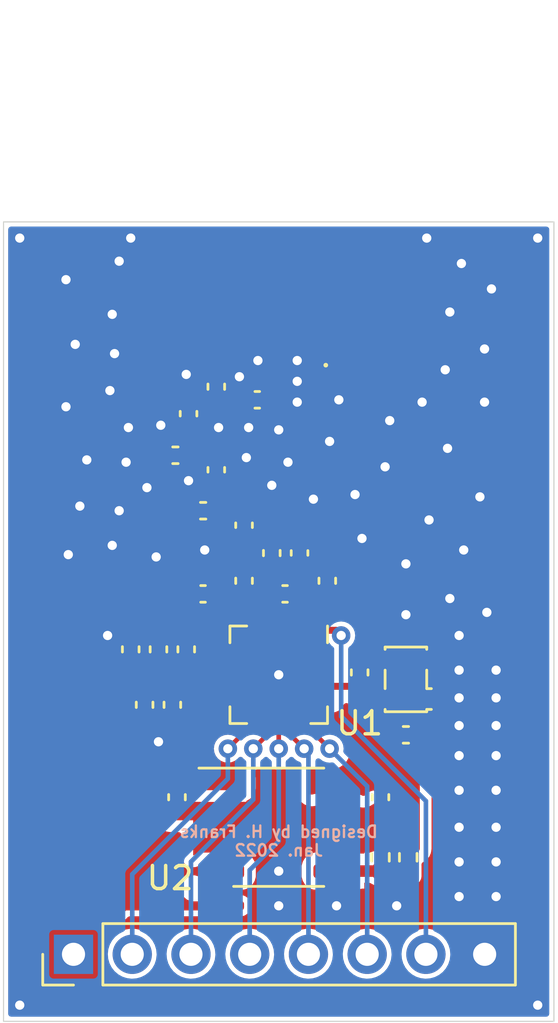
<source format=kicad_pcb>
(kicad_pcb (version 20211014) (generator pcbnew)
  (title_block (title "Lychee Flight Computer") (date "2021-12-31") (rev "1") (company "Cambridge University Spaceflight") (comment 1 "Drawn By H. Franks"))
  (layers (0 "F.Cu" signal) (31 "B.Cu" signal) (34 "B.Paste" user) (35 "F.Paste" user) (36 "B.SilkS" user "B.Silkscreen") (37 "F.SilkS" user "F.Silkscreen") (38 "B.Mask" user) (39 "F.Mask" user) (44 "Edge.Cuts" user))
  (net 0 "")
  (net 1 "3v3")
  (net 2 "GND")
  (net 3 "/TX")
  (net 4 "Net-(C1-Pad2)")
  (net 5 "Net-(C2-Pad1)")
  (net 6 "Net-(C3-Pad1)")
  (net 7 "Net-(C4-Pad1)")
  (net 8 "/RX-")
  (net 9 "/RX+")
  (net 10 "Net-(C12-Pad1)")
  (net 11 "/XIN")
  (net 12 "Net-(D1-Pad1)")
  (net 13 "Net-(R1-Pad1)")
  (net 14 "/SDN")
  (net 19 "/~{INT}")
  (net 20 "/SCLK")
  (net 21 "/MISO")
  (net 22 "/MOSI")
  (net 23 "/~{CS}")
  (net 27 "1v8")
  (footprint "Strix:L_0402" (layer "F.Cu") (at 255.1 126.8275 90)
    (fp_text reference "L2")
    (fp_text value "3n3")
    (fp_line (start -0.1002 -0.36) (end 0.1002 -0.36) (layer "F.SilkS") (width 0.12))
    (fp_line (start -0.1002 0.36) (end 0.1002 0.36) (layer "F.SilkS") (width 0.12))
    (pad "1" smd roundrect (at -0.5725 0 90) (size 0.765 0.64) (layers "F.Cu" "F.Paste" "F.Mask") (net 4 "Net-(C1-Pad2)"))
    (pad "2" smd roundrect (at 0.5725 0 90) (size 0.765 0.64) (layers "F.Cu" "F.Paste" "F.Mask") (net 5 "Net-(C2-Pad1)"))
  )
  (footprint "Strix:L_0402" (layer "F.Cu") (at 252.7 122 90)
    (fp_text reference "L4")
    (fp_text value "24n")
    (fp_line (start -0.1002 0.36) (end 0.1002 0.36) (layer "F.SilkS") (width 0.12))
    (fp_line (start -0.1002 -0.36) (end 0.1002 -0.36) (layer "F.SilkS") (width 0.12))
    (pad "1" smd roundrect (at -0.5725 0 90) (size 0.765 0.64) (layers "F.Cu" "F.Paste" "F.Mask") (net 6 "Net-(C3-Pad1)"))
    (pad "2" smd roundrect (at 0.5725 0 90) (size 0.765 0.64) (layers "F.Cu" "F.Paste" "F.Mask") (net 7 "Net-(C4-Pad1)"))
  )
  (footprint "Strix:L_0402" (layer "F.Cu") (at 253.9 124.4275 90)
    (fp_text reference "L3")
    (fp_text value "12n")
    (fp_line (start -0.1002 -0.36) (end 0.1002 -0.36) (layer "F.SilkS") (width 0.12))
    (fp_line (start -0.1002 0.36) (end 0.1002 0.36) (layer "F.SilkS") (width 0.12))
    (pad "1" smd roundrect (at -0.5725 0 90) (size 0.765 0.64) (layers "F.Cu" "F.Paste" "F.Mask") (net 5 "Net-(C2-Pad1)"))
    (pad "2" smd roundrect (at 0.5725 0 90) (size 0.765 0.64) (layers "F.Cu" "F.Paste" "F.Mask") (net 6 "Net-(C3-Pad1)"))
  )
  (footprint "Strix:C_0402" (layer "F.Cu") (at 251.4 132.2 90)
    (fp_text reference "C7")
    (fp_text value "1u")
    (fp_line (start -0.115835 0.36) (end 0.115835 0.36) (layer "F.SilkS") (width 0.12))
    (fp_line (start -0.115835 -0.36) (end 0.115835 -0.36) (layer "F.SilkS") (width 0.12))
    (pad "1" smd roundrect (at -0.5675 0 90) (size 0.735 0.62) (layers "F.Cu" "F.Paste" "F.Mask") (net 1 "3v3"))
    (pad "2" smd roundrect (at 0.5675 0 90) (size 0.735 0.62) (layers "F.Cu" "F.Paste" "F.Mask") (net 2 "GND"))
  )
  (footprint "Strix:C_0402" (layer "F.Cu") (at 250.8 134.6 -90)
    (fp_text reference "C11")
    (fp_text value "100p")
    (fp_line (start -0.115835 -0.36) (end 0.115835 -0.36) (layer "F.SilkS") (width 0.12))
    (fp_line (start -0.115835 0.36) (end 0.115835 0.36) (layer "F.SilkS") (width 0.12))
    (pad "1" smd roundrect (at -0.5675 0 270) (size 0.735 0.62) (layers "F.Cu" "F.Paste" "F.Mask") (net 1 "3v3"))
    (pad "2" smd roundrect (at 0.5675 0 270) (size 0.735 0.62) (layers "F.Cu" "F.Paste" "F.Mask") (net 2 "GND"))
  )
  (footprint "Strix:L_0402" (layer "F.Cu") (at 255.6725 121.4)
    (fp_text reference "L5")
    (fp_text value "12n")
    (fp_line (start -0.1002 -0.36) (end 0.1002 -0.36) (layer "F.SilkS") (width 0.12))
    (fp_line (start -0.1002 0.36) (end 0.1002 0.36) (layer "F.SilkS") (width 0.12))
    (pad "1" smd roundrect (at -0.5725 0) (size 0.765 0.64) (layers "F.Cu" "F.Paste" "F.Mask") (net 7 "Net-(C4-Pad1)"))
    (pad "2" smd roundrect (at 0.5725 0) (size 0.765 0.64) (layers "F.Cu" "F.Paste" "F.Mask") (net 12 "Net-(D1-Pad1)"))
  )
  (footprint "Strix:C_0402" (layer "F.Cu") (at 253.3325 126.2 180)
    (fp_text reference "C2")
    (fp_text value "6n8")
    (fp_line (start -0.115835 -0.36) (end 0.115835 -0.36) (layer "F.SilkS") (width 0.12))
    (fp_line (start -0.115835 0.36) (end 0.115835 0.36) (layer "F.SilkS") (width 0.12))
    (pad "1" smd roundrect (at -0.5675 0 180) (size 0.735 0.62) (layers "F.Cu" "F.Paste" "F.Mask") (net 5 "Net-(C2-Pad1)"))
    (pad "2" smd roundrect (at 0.5675 0 180) (size 0.735 0.62) (layers "F.Cu" "F.Paste" "F.Mask") (net 2 "GND"))
  )
  (footprint "Strix:C_0402" (layer "F.Cu") (at 252.1325 123.8 180)
    (fp_text reference "C3")
    (fp_text value "3p3")
    (fp_line (start -0.115835 0.36) (end 0.115835 0.36) (layer "F.SilkS") (width 0.12))
    (fp_line (start -0.115835 -0.36) (end 0.115835 -0.36) (layer "F.SilkS") (width 0.12))
    (pad "1" smd roundrect (at -0.5675 0 180) (size 0.735 0.62) (layers "F.Cu" "F.Paste" "F.Mask") (net 6 "Net-(C3-Pad1)"))
    (pad "2" smd roundrect (at 0.5675 0 180) (size 0.735 0.62) (layers "F.Cu" "F.Paste" "F.Mask") (net 2 "GND"))
  )
  (footprint "Strix:C_0402" (layer "F.Cu") (at 261 138.6 -90)
    (fp_text reference "C15")
    (fp_text value "10u")
    (fp_line (start -0.115835 0.36) (end 0.115835 0.36) (layer "F.SilkS") (width 0.12))
    (fp_line (start -0.115835 -0.36) (end 0.115835 -0.36) (layer "F.SilkS") (width 0.12))
    (pad "1" smd roundrect (at -0.5675 0 270) (size 0.735 0.62) (layers "F.Cu" "F.Paste" "F.Mask") (net 27 "1v8"))
    (pad "2" smd roundrect (at 0.5675 0 270) (size 0.735 0.62) (layers "F.Cu" "F.Paste" "F.Mask") (net 2 "GND"))
  )
  (footprint "Strix:C_0402" (layer "F.Cu") (at 250.2 132.2 90)
    (fp_text reference "C8")
    (fp_text value "2u2")
    (fp_line (start -0.115835 -0.36) (end 0.115835 -0.36) (layer "F.SilkS") (width 0.12))
    (fp_line (start -0.115835 0.36) (end 0.115835 0.36) (layer "F.SilkS") (width 0.12))
    (pad "1" smd roundrect (at -0.5675 0 90) (size 0.735 0.62) (layers "F.Cu" "F.Paste" "F.Mask") (net 1 "3v3"))
    (pad "2" smd roundrect (at 0.5675 0 90) (size 0.735 0.62) (layers "F.Cu" "F.Paste" "F.Mask") (net 2 "GND"))
  )
  (footprint "Strix:C_0402" (layer "F.Cu") (at 258.7 129.2325 -90)
    (fp_text reference "C6")
    (fp_text value "3p")
    (fp_line (start -0.115835 -0.36) (end 0.115835 -0.36) (layer "F.SilkS") (width 0.12))
    (fp_line (start -0.115835 0.36) (end 0.115835 0.36) (layer "F.SilkS") (width 0.12))
    (pad "1" smd roundrect (at -0.5675 0 270) (size 0.735 0.62) (layers "F.Cu" "F.Paste" "F.Mask") (net 9 "/RX+"))
    (pad "2" smd roundrect (at 0.5675 0 270) (size 0.735 0.62) (layers "F.Cu" "F.Paste" "F.Mask") (net 2 "GND"))
  )
  (footprint "Strix:C_0402" (layer "F.Cu") (at 256.3 128.0325 90)
    (fp_text reference "C5")
    (fp_text value "1p2")
    (fp_line (start -0.115835 -0.36) (end 0.115835 -0.36) (layer "F.SilkS") (width 0.12))
    (fp_line (start -0.115835 0.36) (end 0.115835 0.36) (layer "F.SilkS") (width 0.12))
    (pad "1" smd roundrect (at -0.5675 0 90) (size 0.735 0.62) (layers "F.Cu" "F.Paste" "F.Mask") (net 8 "/RX-"))
    (pad "2" smd roundrect (at 0.5675 0 90) (size 0.735 0.62) (layers "F.Cu" "F.Paste" "F.Mask") (net 5 "Net-(C2-Pad1)"))
  )
  (footprint "Strix:C_0402" (layer "F.Cu") (at 253.9 120.8325 90)
    (fp_text reference "C4")
    (fp_text value "3p3")
    (fp_line (start -0.115835 -0.36) (end 0.115835 -0.36) (layer "F.SilkS") (width 0.12))
    (fp_line (start -0.115835 0.36) (end 0.115835 0.36) (layer "F.SilkS") (width 0.12))
    (pad "1" smd roundrect (at -0.5675 0 90) (size 0.735 0.62) (layers "F.Cu" "F.Paste" "F.Mask") (net 7 "Net-(C4-Pad1)"))
    (pad "2" smd roundrect (at 0.5675 0 90) (size 0.735 0.62) (layers "F.Cu" "F.Paste" "F.Mask") (net 2 "GND"))
  )
  (footprint "Strix:L_0402" (layer "F.Cu") (at 256.8725 129.8)
    (fp_text reference "L6")
    (fp_text value "18n")
    (fp_line (start -0.1002 0.36) (end 0.1002 0.36) (layer "F.SilkS") (width 0.12))
    (fp_line (start -0.1002 -0.36) (end 0.1002 -0.36) (layer "F.SilkS") (width 0.12))
    (pad "1" smd roundrect (at -0.5725 0) (size 0.765 0.64) (layers "F.Cu" "F.Paste" "F.Mask") (net 8 "/RX-"))
    (pad "2" smd roundrect (at 0.5725 0) (size 0.765 0.64) (layers "F.Cu" "F.Paste" "F.Mask") (net 9 "/RX+"))
  )
  (footprint "Strix:Header_Breadboard_1x08" (layer "F.Cu") (at 247.725 145.4 90)
    (fp_text reference "J1")
    (fp_text value "HEADER")
    (fp_line (start -1.33 19.11) (end 1.33 19.11) (layer "F.SilkS") (width 0.12))
    (fp_line (start 1.33 1.27) (end 1.33 19.11) (layer "F.SilkS") (width 0.12))
    (fp_line (start -1.33 1.27) (end -1.33 19.11) (layer "F.SilkS") (width 0.12))
    (fp_line (start -1.33 1.27) (end 1.33 1.27) (layer "F.SilkS") (width 0.12))
    (fp_line (start -1.33 -1.33) (end 0 -1.33) (layer "F.SilkS") (width 0.12))
    (fp_line (start -1.33 0) (end -1.33 -1.33) (layer "F.SilkS") (width 0.12))
    (pad "1" thru_hole rect (at 0 0 90) (size 1.7 1.7) (drill 1) (layers *.Cu *.Mask) (net 1 "3v3"))
    (pad "2" thru_hole oval (at 0 2.54 90) (size 1.7 1.7) (drill 1) (layers *.Cu *.Mask) (net 19 "/~{INT}"))
    (pad "3" thru_hole oval (at 0 5.08 90) (size 1.7 1.7) (drill 1) (layers *.Cu *.Mask) (net 20 "/SCLK"))
    (pad "4" thru_hole oval (at 0 7.62 90) (size 1.7 1.7) (drill 1) (layers *.Cu *.Mask) (net 21 "/MISO"))
    (pad "5" thru_hole oval (at 0 10.16 90) (size 1.7 1.7) (drill 1) (layers *.Cu *.Mask) (net 22 "/MOSI"))
    (pad "6" thru_hole oval (at 0 12.7 90) (size 1.7 1.7) (drill 1) (layers *.Cu *.Mask) (net 23 "/~{CS}"))
    (pad "7" thru_hole oval (at 0 15.24 90) (size 1.7 1.7) (drill 1) (layers *.Cu *.Mask) (net 14 "/SDN"))
    (pad "8" thru_hole oval (at 0 17.78 90) (size 1.7 1.7) (drill 1) (layers *.Cu *.Mask) (net 2 "GND"))
  )
  (footprint "Strix:LFTCXO068373" (layer "F.Cu") (at 262.1 133.5 90)
    (fp_text reference "Y1")
    (fp_text value "LFTCXO068373")
    (fp_line (start 1.3 -0.9) (end 1.4 -0.9) (layer "F.SilkS") (width 0.12))
    (fp_line (start -0.4 -0.9) (end 0.4 -0.9) (layer "F.SilkS") (width 0.12))
    (fp_line (start -0.4 0.9) (end 0.4 0.9) (layer "F.SilkS") (width 0.12))
    (fp_line (start 1.3 0.9) (end 1.4 0.9) (layer "F.SilkS") (width 0.12))
    (fp_line (start -1.4 0.9) (end -1.4 -0.9) (layer "F.SilkS") (width 0.12))
    (fp_line (start -1.3 0.9) (end -1.3 1.1) (layer "F.SilkS") (width 0.12))
    (fp_line (start -1.4 -0.9) (end -1.3 -0.9) (layer "F.SilkS") (width 0.12))
    (fp_line (start -1.4 0.9) (end -1.3 0.9) (layer "F.SilkS") (width 0.12))
    (fp_line (start 1.4 0.9) (end 1.4 -0.9) (layer "F.SilkS") (width 0.12))
    (fp_line (start -0.4 0.9) (end -0.4 1.1) (layer "F.SilkS") (width 0.12))
    (pad "1" smd rect (at -0.85 0.6 90) (size 0.7 0.925) (layers "F.Cu" "F.Paste" "F.Mask") (net 2 "GND"))
    (pad "2" smd rect (at 0.85 0.6 90) (size 0.7 0.925) (layers "F.Cu" "F.Paste" "F.Mask") (net 2 "GND"))
    (pad "3" smd rect (at 0.85 -0.6 90) (size 0.7 0.925) (layers "F.Cu" "F.Paste" "F.Mask") (net 10 "Net-(C12-Pad1)"))
    (pad "4" smd rect (at -0.85 -0.6 90) (size 0.7 0.925) (layers "F.Cu" "F.Paste" "F.Mask") (net 27 "1v8"))
  )
  (footprint "Strix:C_0402" (layer "F.Cu") (at 252.2 138.6 -90)
    (fp_text reference "C14")
    (fp_text value "10u")
    (fp_line (start -0.115835 0.36) (end 0.115835 0.36) (layer "F.SilkS") (width 0.12))
    (fp_line (start -0.115835 -0.36) (end 0.115835 -0.36) (layer "F.SilkS") (width 0.12))
    (pad "1" smd roundrect (at -0.5675 0 270) (size 0.735 0.62) (layers "F.Cu" "F.Paste" "F.Mask") (net 1 "3v3"))
    (pad "2" smd roundrect (at 0.5675 0 270) (size 0.735 0.62) (layers "F.Cu" "F.Paste" "F.Mask") (net 2 "GND"))
  )
  (footprint "Strix:C_0402" (layer "F.Cu") (at 252.6 132.2 90)
    (fp_text reference "C9")
    (fp_text value "100n")
    (fp_line (start -0.115835 0.36) (end 0.115835 0.36) (layer "F.SilkS") (width 0.12))
    (fp_line (start -0.115835 -0.36) (end 0.115835 -0.36) (layer "F.SilkS") (width 0.12))
    (pad "1" smd roundrect (at -0.5675 0 90) (size 0.735 0.62) (layers "F.Cu" "F.Paste" "F.Mask") (net 1 "3v3"))
    (pad "2" smd roundrect (at 0.5675 0 90) (size 0.735 0.62) (layers "F.Cu" "F.Paste" "F.Mask") (net 2 "GND"))
  )
  (footprint "Strix:C_0402" (layer "F.Cu") (at 260.1 133.2 -90)
    (fp_text reference "C12")
    (fp_text value "2n")
    (fp_line (start -0.115835 0.36) (end 0.115835 0.36) (layer "F.SilkS") (width 0.12))
    (fp_line (start -0.115835 -0.36) (end 0.115835 -0.36) (layer "F.SilkS") (width 0.12))
    (pad "1" smd roundrect (at -0.5675 0 270) (size 0.735 0.62) (layers "F.Cu" "F.Paste" "F.Mask") (net 10 "Net-(C12-Pad1)"))
    (pad "2" smd roundrect (at 0.5675 0 270) (size 0.735 0.62) (layers "F.Cu" "F.Paste" "F.Mask") (net 11 "/XIN"))
  )
  (footprint "Strix:C_0402" (layer "F.Cu") (at 255.1 129.2325 90)
    (fp_text reference "C1")
    (fp_text value "5p1")
    (fp_line (start -0.115835 -0.36) (end 0.115835 -0.36) (layer "F.SilkS") (width 0.12))
    (fp_line (start -0.115835 0.36) (end 0.115835 0.36) (layer "F.SilkS") (width 0.12))
    (pad "1" smd roundrect (at -0.5675 0 90) (size 0.735 0.62) (layers "F.Cu" "F.Paste" "F.Mask") (net 3 "/TX"))
    (pad "2" smd roundrect (at 0.5675 0 90) (size 0.735 0.62) (layers "F.Cu" "F.Paste" "F.Mask") (net 4 "Net-(C1-Pad2)"))
  )
  (footprint "Strix:L_0402" (layer "F.Cu") (at 253.3275 129.8)
    (fp_text reference "L1")
    (fp_text value "120n")
    (fp_line (start -0.1002 0.36) (end 0.1002 0.36) (layer "F.SilkS") (width 0.12))
    (fp_line (start -0.1002 -0.36) (end 0.1002 -0.36) (layer "F.SilkS") (width 0.12))
    (pad "1" smd roundrect (at -0.5725 0) (size 0.765 0.64) (layers "F.Cu" "F.Paste" "F.Mask") (net 1 "3v3"))
    (pad "2" smd roundrect (at 0.5725 0) (size 0.765 0.64) (layers "F.Cu" "F.Paste" "F.Mask") (net 3 "/TX"))
  )
  (footprint "Strix:MAX604" (layer "F.Cu") (at 256.6 139.9)
    (fp_text reference "U2" (at -3.6 2.2 180) (layer "F.SilkS") (effects (justify right)))
    (fp_text value "MAX604")
    (fp_line (start 0 2.56) (end -1.95 2.56) (layer "F.SilkS") (width 0.12))
    (fp_line (start 0 -2.56) (end -3.45 -2.56) (layer "F.SilkS") (width 0.12))
    (fp_line (start 0 2.56) (end 1.95 2.56) (layer "F.SilkS") (width 0.12))
    (fp_line (start 0 -2.56) (end 1.95 -2.56) (layer "F.SilkS") (width 0.12))
    (pad "1" smd roundrect (at -2.475 -1.905) (size 1.95 0.6) (layers "F.Cu" "F.Paste" "F.Mask") (net 1 "3v3"))
    (pad "2" smd roundrect (at -2.475 -0.635) (size 1.95 0.6) (layers "F.Cu" "F.Paste" "F.Mask") (net 2 "GND"))
    (pad "3" smd roundrect (at -2.475 0.635) (size 1.95 0.6) (layers "F.Cu" "F.Paste" "F.Mask") (net 2 "GND"))
    (pad "4" smd roundrect (at -2.475 1.905) (size 1.95 0.6) (layers "F.Cu" "F.Paste" "F.Mask") (net 1 "3v3"))
    (pad "5" smd roundrect (at 2.475 1.905) (size 1.95 0.6) (layers "F.Cu" "F.Paste" "F.Mask") (net 13 "Net-(R1-Pad1)"))
    (pad "6" smd roundrect (at 2.475 0.635) (size 1.95 0.6) (layers "F.Cu" "F.Paste" "F.Mask") (net 2 "GND"))
    (pad "7" smd roundrect (at 2.475 -0.635) (size 1.95 0.6) (layers "F.Cu" "F.Paste" "F.Mask") (net 2 "GND"))
    (pad "8" smd roundrect (at 2.475 -1.905) (size 1.95 0.6) (layers "F.Cu" "F.Paste" "F.Mask") (net 27 "1v8"))
  )
  (footprint "Strix:R_0402" (layer "F.Cu") (at 261 141.2 90)
    (fp_text reference "R2")
    (fp_text value "200k")
    (fp_line (start -0.167621 -0.38) (end 0.167621 -0.38) (layer "F.SilkS") (width 0.12))
    (fp_line (start -0.167621 0.38) (end 0.167621 0.38) (layer "F.SilkS") (width 0.12))
    (pad "1" smd roundrect (at -0.5975 0 90) (size 0.715 0.64) (layers "F.Cu" "F.Paste" "F.Mask") (net 13 "Net-(R1-Pad1)"))
    (pad "2" smd roundrect (at 0.5975 0 90) (size 0.715 0.64) (layers "F.Cu" "F.Paste" "F.Mask") (net 2 "GND"))
  )
  (footprint "Strix:C_0402" (layer "F.Cu") (at 252 134.6 -90)
    (fp_text reference "C10")
    (fp_text value "220p")
    (fp_line (start -0.115835 0.36) (end 0.115835 0.36) (layer "F.SilkS") (width 0.12))
    (fp_line (start -0.115835 -0.36) (end 0.115835 -0.36) (layer "F.SilkS") (width 0.12))
    (pad "1" smd roundrect (at -0.5675 0 270) (size 0.735 0.62) (layers "F.Cu" "F.Paste" "F.Mask") (net 1 "3v3"))
    (pad "2" smd roundrect (at 0.5675 0 270) (size 0.735 0.62) (layers "F.Cu" "F.Paste" "F.Mask") (net 2 "GND"))
  )
  (footprint "Strix:D_0402" (layer "F.Cu") (at 259.9 119.9)
    (fp_text reference "D1")
    (fp_text value "D_ESD")
    (fp_circle (center -1.265 0) (end -1.215 0) (layer "F.SilkS") (width 0.1) (fill none))
    (pad "1" smd roundrect (at -0.5725 0) (size 0.765 0.64) (layers "F.Cu" "F.Paste" "F.Mask") (net 12 "Net-(D1-Pad1)"))
    (pad "2" smd roundrect (at 0.5725 0) (size 0.765 0.64) (layers "F.Cu" "F.Paste" "F.Mask") (net 2 "GND"))
  )
  (footprint "Strix:Si4463" (layer "F.Cu") (at 256.6 133.3 -90)
    (fp_text reference "U1" (at 2.1 -2.4 180) (layer "F.SilkS") (effects (justify left)))
    (fp_text value "Si4463")
    (fp_line (start -1.385 2.11) (end -2.11 2.11) (layer "F.SilkS") (width 0.12))
    (fp_line (start 1.385 -2.11) (end 2.11 -2.11) (layer "F.SilkS") (width 0.12))
    (fp_line (start 2.11 -2.11) (end 2.11 -1.385) (layer "F.SilkS") (width 0.12))
    (fp_line (start -2.11 2.11) (end -2.11 1.385) (layer "F.SilkS") (width 0.12))
    (fp_line (start -1.385 -2.11) (end -2.11 -2.11) (layer "F.SilkS") (width 0.12))
    (fp_line (start 1.385 2.11) (end 2.11 2.11) (layer "F.SilkS") (width 0.12))
    (fp_line (start 2.11 2.11) (end 2.11 1.385) (layer "F.SilkS") (width 0.12))
    (pad "1" smd roundrect (at -1.925 -1 270) (size 0.85 0.25) (layers "F.Cu" "F.Paste" "F.Mask") (net 14 "/SDN"))
    (pad "2" smd roundrect (at -1.925 -0.5 270) (size 0.85 0.25) (layers "F.Cu" "F.Paste" "F.Mask") (net 9 "/RX+"))
    (pad "3" smd roundrect (at -1.925 0 270) (size 0.85 0.25) (layers "F.Cu" "F.Paste" "F.Mask") (net 8 "/RX-"))
    (pad "4" smd roundrect (at -1.925 0.5 270) (size 0.85 0.25) (layers "F.Cu" "F.Paste" "F.Mask") (net 3 "/TX"))
    (pad "5" smd roundrect (at -1.925 1 270) (size 0.85 0.25) (layers "F.Cu" "F.Paste" "F.Mask"))
    (pad "6" smd roundrect (at -1 1.925 270) (size 0.25 0.85) (layers "F.Cu" "F.Paste" "F.Mask") (net 1 "3v3"))
    (pad "7" smd roundrect (at -0.5 1.925 270) (size 0.25 0.85) (layers "F.Cu" "F.Paste" "F.Mask"))
    (pad "8" smd roundrect (at 0 1.925 270) (size 0.25 0.85) (layers "F.Cu" "F.Paste" "F.Mask") (net 1 "3v3"))
    (pad "9" smd roundrect (at 0.5 1.925 270) (size 0.25 0.85) (layers "F.Cu" "F.Paste" "F.Mask"))
    (pad "10" smd roundrect (at 1 1.925 270) (size 0.25 0.85) (layers "F.Cu" "F.Paste" "F.Mask"))
    (pad "11" smd roundrect (at 1.925 1 270) (size 0.85 0.25) (layers "F.Cu" "F.Paste" "F.Mask") (net 19 "/~{INT}"))
    (pad "12" smd roundrect (at 1.925 0.5 270) (size 0.85 0.25) (layers "F.Cu" "F.Paste" "F.Mask") (net 20 "/SCLK"))
    (pad "13" smd roundrect (at 1.925 0 270) (size 0.85 0.25) (layers "F.Cu" "F.Paste" "F.Mask") (net 21 "/MISO"))
    (pad "14" smd roundrect (at 1.925 -0.5 270) (size 0.85 0.25) (layers "F.Cu" "F.Paste" "F.Mask") (net 22 "/MOSI"))
    (pad "15" smd roundrect (at 1.925 -1 270) (size 0.85 0.25) (layers "F.Cu" "F.Paste" "F.Mask") (net 23 "/~{CS}"))
    (pad "16" smd roundrect (at 1 -1.925 270) (size 0.25 0.85) (layers "F.Cu" "F.Paste" "F.Mask"))
    (pad "17" smd roundrect (at 0.5 -1.925 270) (size 0.25 0.85) (layers "F.Cu" "F.Paste" "F.Mask") (net 11 "/XIN"))
    (pad "18" smd roundrect (at 0 -1.925 270) (size 0.25 0.85) (layers "F.Cu" "F.Paste" "F.Mask") (net 2 "GND"))
    (pad "19" smd roundrect (at -0.5 -1.925 270) (size 0.25 0.85) (layers "F.Cu" "F.Paste" "F.Mask"))
    (pad "20" smd roundrect (at -1 -1.925 270) (size 0.25 0.85) (layers "F.Cu" "F.Paste" "F.Mask"))
    (pad "21" smd rect (at 0 0 270) (size 2.6 2.6) (layers "B.Cu") (net 2 "GND"))
    (pad "21" smd rect (at 0 0 270) (size 2.6 2.6) (layers "F.Cu" "F.Mask") (net 2 "GND"))
  )
  (footprint "Strix:R_0402" (layer "F.Cu") (at 262.2 141.2 90)
    (fp_text reference "R1")
    (fp_text value "100k")
    (fp_line (start -0.167621 0.38) (end 0.167621 0.38) (layer "F.SilkS") (width 0.12))
    (fp_line (start -0.167621 -0.38) (end 0.167621 -0.38) (layer "F.SilkS") (width 0.12))
    (pad "1" smd roundrect (at -0.5975 0 90) (size 0.715 0.64) (layers "F.Cu" "F.Paste" "F.Mask") (net 13 "Net-(R1-Pad1)"))
    (pad "2" smd roundrect (at 0.5975 0 90) (size 0.715 0.64) (layers "F.Cu" "F.Paste" "F.Mask") (net 27 "1v8"))
  )
  (footprint "Strix:SMA-Edge" (layer "F.Cu") (at 256.6 116.5)
    (fp_text reference "J2")
    (fp_text value "Coax")
    (pad "1" smd rect (at 0 0) (size 2.3 5) (layers "F.Cu" "F.Paste" "F.Mask") (net 12 "Net-(D1-Pad1)"))
    (pad "2" smd rect (at 4.375 0) (size 2.4 5) (layers "F.Cu" "F.Paste" "F.Mask") (net 2 "GND"))
    (pad "2" smd rect (at -4.375 0) (size 2.4 5) (layers "F.Cu" "F.Paste" "F.Mask") (net 2 "GND"))
    (pad "2" smd rect (at -4.375 0) (size 2.4 5) (layers "B.Cu" "B.Paste" "B.Mask") (net 2 "GND"))
    (pad "2" smd rect (at 4.375 0) (size 2.4 5) (layers "B.Cu" "B.Paste" "B.Mask") (net 2 "GND"))
  )
  (footprint "Strix:C_0402" (layer "F.Cu") (at 262.1 135.9)
    (fp_text reference "C13")
    (fp_text value "100n")
    (fp_line (start -0.115835 0.36) (end 0.115835 0.36) (layer "F.SilkS") (width 0.12))
    (fp_line (start -0.115835 -0.36) (end 0.115835 -0.36) (layer "F.SilkS") (width 0.12))
    (pad "1" smd roundrect (at -0.5675 0) (size 0.735 0.62) (layers "F.Cu" "F.Paste" "F.Mask") (net 27 "1v8"))
    (pad "2" smd roundrect (at 0.5675 0) (size 0.735 0.62) (layers "F.Cu" "F.Paste" "F.Mask") (net 2 "GND"))
  )
  (footprint "Strix:L_0402" (layer "F.Cu") (at 257.5 128.0275 90)
    (fp_text reference "L7")
    (fp_text value "24n")
    (fp_line (start -0.1002 0.36) (end 0.1002 0.36) (layer "F.SilkS") (width 0.12))
    (fp_line (start -0.1002 -0.36) (end 0.1002 -0.36) (layer "F.SilkS") (width 0.12))
    (pad "1" smd roundrect (at -0.5725 0 90) (size 0.765 0.64) (layers "F.Cu" "F.Paste" "F.Mask") (net 9 "/RX+"))
    (pad "2" smd roundrect (at 0.5725 0 90) (size 0.765 0.64) (layers "F.Cu" "F.Paste" "F.Mask") (net 5 "Net-(C2-Pad1)"))
  )
  (gr_line (start 268.5 148.3) (end 244.7 148.3) (layer "Edge.Cuts") (width 0.05))
  (gr_line (start 244.7 148.3) (end 244.7 113.7) (layer "Edge.Cuts") (width 0.05))
  (gr_line (start 268.5 113.7) (end 268.5 148.3) (layer "Edge.Cuts") (width 0.05))
  (gr_line (start 244.7 113.7) (end 268.5 113.7) (layer "Edge.Cuts") (width 0.05))
  (gr_text "Designed by H. Franks\nJan. 2022" (at 256.6 140.5) (layer "B.SilkS") (effects (font (size 0.5 0.5) (thickness 0.1)) (justify mirror)))
  (segment (start 258.525 133.3) (end 256.6 133.3) (width 0.2) (layer "F.Cu") (net 2))
  (via (at 266 135.5) (size 0.8) (drill 0.4) (layers "F.Cu" "B.Cu") (net 2))
  (via (at 251.5 122.5) (size 0.8) (drill 0.4) (layers "F.Cu" "B.Cu") (net 2))
  (via (at 267.8 114.4) (size 0.8) (drill 0.4) (layers "F.Cu" "B.Cu") (net 2))
  (via (at 257 124.1) (size 0.8) (drill 0.4) (layers "F.Cu" "B.Cu") (net 2))
  (via (at 250.9 125.2) (size 0.8) (drill 0.4) (layers "F.Cu" "B.Cu") (net 2))
  (via (at 264.4 141.4) (size 0.8) (drill 0.4) (layers "F.Cu" "B.Cu") (net 2))
  (via (at 248.3 124) (size 0.8) (drill 0.4) (layers "F.Cu" "B.Cu") (net 2))
  (via (at 252.6 120.3) (size 0.8) (drill 0.4) (layers "F.Cu" "B.Cu") (net 2))
  (via (at 264.5 115.5) (size 0.8) (drill 0.4) (layers "F.Cu" "B.Cu") (net 2))
  (via (at 261.7 143.3) (size 0.8) (drill 0.4) (layers "F.Cu" "B.Cu") (net 2))
  (via (at 249.7 126.2) (size 0.8) (drill 0.4) (layers "F.Cu" "B.Cu") (net 2))
  (via (at 264.4 133.1) (size 0.8) (drill 0.4) (layers "F.Cu" "B.Cu") (net 2))
  (via (at 263.1 126.6) (size 0.8) (drill 0.4) (layers "F.Cu" "B.Cu") (net 2))
  (via (at 256.6 143.3) (size 0.8) (drill 0.4) (layers "F.Cu" "B.Cu") (net 2))
  (via (at 264.4 139.9) (size 0.8) (drill 0.4) (layers "F.Cu" "B.Cu") (net 2))
  (via (at 249.2 131.6) (size 0.8) (drill 0.4) (layers "F.Cu" "B.Cu") (net 2))
  (via (at 250.1 122.6) (size 0.8) (drill 0.4) (layers "F.Cu" "B.Cu") (net 2))
  (via (at 251.3 128.2) (size 0.8) (drill 0.4) (layers "F.Cu" "B.Cu") (net 2))
  (via (at 266 142.9) (size 0.8) (drill 0.4) (layers "F.Cu" "B.Cu") (net 2))
  (via (at 266 139.9) (size 0.8) (drill 0.4) (layers "F.Cu" "B.Cu") (net 2))
  (via (at 256.6 141.8) (size 0.8) (drill 0.4) (layers "F.Cu" "B.Cu") (net 2))
  (via (at 266 136.8) (size 0.8) (drill 0.4) (layers "F.Cu" "B.Cu") (net 2))
  (via (at 260.2 127.4) (size 0.8) (drill 0.4) (layers "F.Cu" "B.Cu") (net 2))
  (via (at 247.8 119) (size 0.8) (drill 0.4) (layers "F.Cu" "B.Cu") (net 2))
  (via (at 262.8 121.5) (size 0.8) (drill 0.4) (layers "F.Cu" "B.Cu") (net 2))
  (via (at 256.6 133.3) (size 0.8) (drill 0.4) (layers "F.Cu" "B.Cu") (net 2))
  (via (at 247.4 116.2) (size 0.8) (drill 0.4) (layers "F.Cu" "B.Cu") (net 2))
  (via (at 265.5 119.2) (size 0.8) (drill 0.4) (layers "F.Cu" "B.Cu") (net 2))
  (via (at 266 141.4) (size 0.8) (drill 0.4) (layers "F.Cu" "B.Cu") (net 2))
  (via (at 264.4 135.5) (size 0.8) (drill 0.4) (layers "F.Cu" "B.Cu") (net 2))
  (via (at 266 133.1) (size 0.8) (drill 0.4) (layers "F.Cu" "B.Cu") (net 2))
  (via (at 250 124.1) (size 0.8) (drill 0.4) (layers "F.Cu" "B.Cu") (net 2))
  (via (at 247.4 121.7) (size 0.8) (drill 0.4) (layers "F.Cu" "B.Cu") (net 2))
  (via (at 251.4 136.2) (size 0.8) (drill 0.4) (layers "F.Cu" "B.Cu") (net 2))
  (via (at 264.4 136.8) (size 0.8) (drill 0.4) (layers "F.Cu" "B.Cu") (net 2))
  (via (at 248 126) (size 0.8) (drill 0.4) (layers "F.Cu" "B.Cu") (net 2))
  (via (at 265.6 130.6) (size 0.8) (drill 0.4) (layers "F.Cu" "B.Cu") (net 2))
  (via (at 255.7 119.7) (size 0.8) (drill 0.4) (layers "F.Cu" "B.Cu") (net 2))
  (via (at 254.9 120.4) (size 0.8) (drill 0.4) (layers "F.Cu" "B.Cu") (net 2))
  (via (at 262.1 128.5) (size 0.8) (drill 0.4) (layers "F.Cu" "B.Cu") (net 2))
  (via (at 257.4 121.5) (size 0.8) (drill 0.4) (layers "F.Cu" "B.Cu") (net 2))
  (via (at 267.8 147.6) (size 0.8) (drill 0.4) (layers "F.Cu" "B.Cu") (net 2))
  (via (at 264 130) (size 0.8) (drill 0.4) (layers "F.Cu" "B.Cu") (net 2))
  (via (at 247.5 128.1) (size 0.8) (drill 0.4) (layers "F.Cu" "B.Cu") (net 2))
  (via (at 264.4 131.6) (size 0.8) (drill 0.4) (layers "F.Cu" "B.Cu") (net 2))
  (via (at 263 114.4) (size 0.8) (drill 0.4) (layers "F.Cu" "B.Cu") (net 2))
  (via (at 261.4 122.3) (size 0.8) (drill 0.4) (layers "F.Cu" "B.Cu") (net 2))
  (via (at 257.4 120.6) (size 0.8) (drill 0.4) (layers "F.Cu" "B.Cu") (net 2))
  (via (at 265.3 125.6) (size 0.8) (drill 0.4) (layers "F.Cu" "B.Cu") (net 2))
  (via (at 249.4 127.7) (size 0.8) (drill 0.4) (layers "F.Cu" "B.Cu") (net 2))
  (via (at 256.3 125.1) (size 0.8) (drill 0.4) (layers "F.Cu" "B.Cu") (net 2))
  (via (at 249.7 115.4) (size 0.8) (drill 0.4) (layers "F.Cu" "B.Cu") (net 2))
  (via (at 258.1 125.7) (size 0.8) (drill 0.4) (layers "F.Cu" "B.Cu") (net 2))
  (via (at 264 117.6) (size 0.8) (drill 0.4) (layers "F.Cu" "B.Cu") (net 2))
  (via (at 256.6 122.7) (size 0.8) (drill 0.4) (layers "F.Cu" "B.Cu") (net 2))
  (via (at 255.2 123.9) (size 0.8) (drill 0.4) (layers "F.Cu" "B.Cu") (net 2))
  (via (at 257.4 119.7) (size 0.8) (drill 0.4) (layers "F.Cu" "B.Cu") (net 2))
  (via (at 253.4 127.9) (size 0.8) (drill 0.4) (layers "F.Cu" "B.Cu") (net 2))
  (via (at 263.9 123.5) (size 0.8) (drill 0.4) (layers "F.Cu" "B.Cu") (net 2))
  (via (at 266 138.3) (size 0.8) (drill 0.4) (layers "F.Cu" "B.Cu") (net 2))
  (via (at 245.4 114.4) (size 0.8) (drill 0.4) (layers "F.Cu" "B.Cu") (net 2))
  (via (at 259.2 121.4) (size 0.8) (drill 0.4) (layers "F.Cu" "B.Cu") (net 2))
  (via (at 250.2 114.4) (size 0.8) (drill 0.4) (layers "F.Cu" "B.Cu") (net 2))
  (via (at 249.3 121) (size 0.8) (drill 0.4) (layers "F.Cu" "B.Cu") (net 2))
  (via (at 265.5 121.5) (size 0.8) (drill 0.4) (layers "F.Cu" "B.Cu") (net 2))
  (via (at 252.7 124.9) (size 0.8) (drill 0.4) (layers "F.Cu" "B.Cu") (net 2))
  (via (at 264.4 134.3) (size 0.8) (drill 0.4) (layers "F.Cu" "B.Cu") (net 2))
  (via (at 263.8 120.1) (size 0.8) (drill 0.4) (layers "F.Cu" "B.Cu") (net 2))
  (via (at 264.4 138.3) (size 0.8) (drill 0.4) (layers "F.Cu" "B.Cu") (net 2))
  (via (at 258.8 123.2) (size 0.8) (drill 0.4) (layers "F.Cu" "B.Cu") (net 2))
  (via (at 261.2 124.3) (size 0.8) (drill 0.4) (layers "F.Cu" "B.Cu") (net 2))
  (via (at 264.4 142.9) (size 0.8) (drill 0.4) (layers "F.Cu" "B.Cu") (net 2))
  (via (at 255.3 122.6) (size 0.8) (drill 0.4) (layers "F.Cu" "B.Cu") (net 2))
  (via (at 265.8 116.6) (size 0.8) (drill 0.4) (layers "F.Cu" "B.Cu") (net 2))
  (via (at 245.4 147.6) (size 0.8) (drill 0.4) (layers "F.Cu" "B.Cu") (net 2))
  (via (at 249.4 117.7) (size 0.8) (drill 0.4) (layers "F.Cu" "B.Cu") (net 2))
  (via (at 259.1 143.3) (size 0.8) (drill 0.4) (layers "F.Cu" "B.Cu") (net 2))
  (via (at 254 122.6) (size 0.8) (drill 0.4) (layers "F.Cu" "B.Cu") (net 2))
  (via (at 262.1 130.7) (size 0.8) (drill 0.4) (layers "F.Cu" "B.Cu") (net 2))
  (via (at 266 134.3) (size 0.8) (drill 0.4) (layers "F.Cu" "B.Cu") (net 2))
  (via (at 259.9 125.5) (size 0.8) (drill 0.4) (layers "F.Cu" "B.Cu") (net 2))
  (via (at 264.6 127.9) (size 0.8) (drill 0.4) (layers "F.Cu" "B.Cu") (net 2))
  (via (at 249.5 119.4) (size 0.8) (drill 0.4) (layers "F.Cu" "B.Cu") (net 2))
  (segment (start 256.1 130.8) (end 256.1 131.375) (width 0.2) (layer "F.Cu") (net 3))
  (segment (start 253.9 129.8) (end 255.1 129.8) (width 0.3) (layer "F.Cu") (net 3))
  (segment (start 255.1 129.8) (end 256.1 130.8) (width 0.2) (layer "F.Cu") (net 3))
  (segment (start 255.1 127.4) (end 255.1 128.665) (width 0.3) (layer "F.Cu") (net 4))
  (segment (start 253.955 126.255) (end 253.9 126.2) (width 0.3) (layer "F.Cu") (net 5))
  (segment (start 253.9 125) (end 253.9 126.2) (width 0.3) (layer "F.Cu") (net 5))
  (segment (start 257.5 127.455) (end 256.31 127.455) (width 0.3) (layer "F.Cu") (net 5))
  (segment (start 256.3 127.465) (end 256.3 127.455) (width 0.3) (layer "F.Cu") (net 5))
  (segment (start 255.1 126.255) (end 253.955 126.255) (width 0.3) (layer "F.Cu") (net 5))
  (segment (start 256.31 127.455) (end 256.3 127.465) (width 0.3) (layer "F.Cu") (net 5))
  (segment (start 256.3 127.455) (end 255.1 126.255) (width 0.3) (layer "F.Cu") (net 5))
  (segment (start 252.7 123.8) (end 252.7 122.5725) (width 0.3) (layer "F.Cu") (net 6))
  (segment (start 253.9 123.855) (end 252.755 123.855) (width 0.3) (layer "F.Cu") (net 6))
  (segment (start 252.755 123.855) (end 252.7 123.8) (width 0.3) (layer "F.Cu") (net 6))
  (segment (start 253.9 121.4) (end 255.1 121.4) (width 0.3) (layer "F.Cu") (net 7))
  (segment (start 252.7 121.4275) (end 253.8725 121.4275) (width 0.3) (layer "F.Cu") (net 7))
  (segment (start 253.8725 121.4275) (end 253.9 121.4) (width 0.3) (layer "F.Cu") (net 7))
  (segment (start 256.6 131.375) (end 256.6 130.1) (width 0.2) (layer "F.Cu") (net 8))
  (segment (start 256.3 129.8) (end 256.3 128.6) (width 0.3) (layer "F.Cu") (net 8))
  (segment (start 256.6 130.1) (end 256.3 129.8) (width 0.2) (layer "F.Cu") (net 8))
  (segment (start 258.635 128.6) (end 258.7 128.665) (width 0.3) (layer "F.Cu") (net 9))
  (segment (start 257.5 128.6) (end 258.635 128.6) (width 0.3) (layer "F.Cu") (net 9))
  (segment (start 257.1 131.375) (end 257.1 130.145) (width 0.2) (layer "F.Cu") (net 9))
  (segment (start 257.445 129.8) (end 257.445 128.655) (width 0.3) (layer "F.Cu") (net 9))
  (segment (start 257.1 130.145) (end 257.445 129.8) (width 0.2) (layer "F.Cu") (net 9))
  (segment (start 257.445 128.655) (end 257.5 128.6) (width 0.3) (layer "F.Cu") (net 9))
  (segment (start 261.4825 132.6325) (end 261.5 132.65) (width 0.3) (layer "F.Cu") (net 10))
  (segment (start 260.1 132.6325) (end 261.4825 132.6325) (width 0.3) (layer "F.Cu") (net 10))
  (segment (start 260.0675 133.8) (end 260.1 133.7675) (width 0.3) (layer "F.Cu") (net 11))
  (segment (start 258.525 133.8) (end 260.0675 133.8) (width 0.3) (layer "F.Cu") (net 11))
  (segment (start 256.6 120.630786) (end 256.6 116.5) (width 0.3) (layer "F.Cu") (net 12))
  (segment (start 259.3275 119.2275) (end 259.3275 119.9) (width 0.2) (layer "F.Cu") (net 12))
  (segment (start 256.245 121.4) (end 256.307107 121.337893) (width 0.3) (layer "F.Cu") (net 12))
  (segment (start 256.6 116.5) (end 259.3275 119.2275) (width 0.2) (layer "F.Cu") (net 12))
  (arc (start 256.6 120.630786) (mid 256.52388 121.013469) (end 256.307107 121.337893) (width 0.3) (layer "F.Cu") (net 12))
  (segment (start 259.0825 141.7975) (end 259.075 141.805) (width 0.5) (layer "F.Cu") (net 13))
  (segment (start 262.2 141.7975) (end 261 141.7975) (width 0.5) (layer "F.Cu") (net 13))
  (segment (start 261 141.7975) (end 259.0825 141.7975) (width 0.5) (layer "F.Cu") (net 13))
  (segment (start 259.3 131.6) (end 259.075 131.375) (width 0.3) (layer "F.Cu") (net 14))
  (segment (start 259.075 131.375) (end 257.6 131.375) (width 0.3) (layer "F.Cu") (net 14))
  (via (at 259.3 131.6) (size 0.8) (drill 0.4) (layers "F.Cu" "B.Cu") (net 14))
  (segment (start 262.965 138.765) (end 259.3 135.1) (width 0.2) (layer "B.Cu") (net 14))
  (segment (start 259.3 135.1) (end 259.3 131.6) (width 0.2) (layer "B.Cu") (net 14))
  (segment (start 262.965 145.4) (end 262.965 138.765) (width 0.2) (layer "B.Cu") (net 14))
  (segment (start 255.6 135.3) (end 254.4 136.5) (width 0.2) (layer "F.Cu") (net 19))
  (segment (start 255.6 135.225) (end 255.6 135.3) (width 0.2) (layer "F.Cu") (net 19))
  (via (at 254.4 136.5) (size 0.8) (drill 0.4) (layers "F.Cu" "B.Cu") (net 19))
  (segment (start 254.4 136.5) (end 254.4 137.8) (width 0.2) (layer "B.Cu") (net 19))
  (segment (start 250.265 141.935) (end 250.265 145.4) (width 0.2) (layer "B.Cu") (net 19))
  (segment (start 254.4 137.8) (end 250.265 141.935) (width 0.2) (layer "B.Cu") (net 19))
  (segment (start 256.1 135.9) (end 255.5 136.5) (width 0.2) (layer "F.Cu") (net 20))
  (segment (start 256.1 135.225) (end 256.1 135.9) (width 0.2) (layer "F.Cu") (net 20))
  (via (at 255.5 136.5) (size 0.8) (drill 0.4) (layers "F.Cu" "B.Cu") (net 20))
  (segment (start 252.805 145.4) (end 252.805 141.395) (width 0.2) (layer "B.Cu") (net 20))
  (segment (start 252.805 141.395) (end 255.5 138.7) (width 0.2) (layer "B.Cu") (net 20))
  (segment (start 255.5 138.7) (end 255.5 136.5) (width 0.2) (layer "B.Cu") (net 20))
  (segment (start 256.6 135.225) (end 256.6 136.5) (width 0.2) (layer "F.Cu") (net 21))
  (via (at 256.6 136.5) (size 0.8) (drill 0.4) (layers "F.Cu" "B.Cu") (net 21))
  (segment (start 255.345 141.755) (end 255.345 145.4) (width 0.2) (layer "B.Cu") (net 21))
  (segment (start 256.6 136.5) (end 256.6 140.5) (width 0.2) (layer "B.Cu") (net 21))
  (segment (start 256.6 140.5) (end 255.345 141.755) (width 0.2) (layer "B.Cu") (net 21))
  (segment (start 257.1 135.225) (end 257.1 135.9) (width 0.2) (layer "F.Cu") (net 22))
  (segment (start 257.1 135.9) (end 257.7 136.5) (width 0.2) (layer "F.Cu") (net 22))
  (via (at 257.7 136.5) (size 0.8) (drill 0.4) (layers "F.Cu" "B.Cu") (net 22))
  (segment (start 257.885 136.685) (end 257.885 145.4) (width 0.2) (layer "B.Cu") (net 22))
  (segment (start 257.7 136.5) (end 257.885 136.685) (width 0.2) (layer "B.Cu") (net 22))
  (segment (start 257.6 135.225) (end 257.6 135.3) (width 0.2) (layer "F.Cu") (net 23))
  (segment (start 257.6 135.3) (end 258.8 136.5) (width 0.2) (layer "F.Cu") (net 23))
  (via (at 258.8 136.5) (size 0.8) (drill 0.4) (layers "F.Cu" "B.Cu") (net 23))
  (segment (start 258.8 136.5) (end 260.425 138.125) (width 0.2) (layer "B.Cu") (net 23))
  (segment (start 260.425 138.125) (end 260.425 145.4) (width 0.2) (layer "B.Cu") (net 23))
  (zone (net 2) (net_name "GND") (layer "F.Cu") (priority 2) (connect_pads yes (clearance 0.508)) (min_thickness 0.254) (fill yes (thermal_gap 0.508) (thermal_bridge_width 0.508))
    (polygon (pts (xy 258 138.8) (xy 261.3 138.8) (xy 261.3 141) (xy 260.3 141) (xy 260.3 142.6) (xy 252.9 142.6) (xy 252.9 139.6) (xy 251.9 139.6) (xy 251.9 138.8) (xy 255.2 138.8) (xy 255.2 137.2) (xy 258 137.2)))
  )
  (zone (net 2) (net_name "GND") (layer "F.Cu") (priority 2) (connect_pads yes (clearance 0)) (min_thickness 0.254) (fill yes (thermal_gap 0.508) (thermal_bridge_width 0.508))
    (polygon (pts (xy 253.1 132.2) (xy 248.7 132.2) (xy 248.7 131) (xy 253.1 131)))
  )
  (zone (net 2) (net_name "GND") (layer "F.Cu") (priority 2) (connect_pads yes (clearance 0)) (min_thickness 0.254) (fill yes (thermal_gap 0.508) (thermal_bridge_width 0.508))
    (polygon (pts (xy 252.6 136.8) (xy 250.2 136.8) (xy 250.2 134.6) (xy 252.6 134.6)))
  )
  (zone (net 2) (net_name "GND") (layer "F.Cu") (connect_pads (clearance 0.254)) (min_thickness 0.254) (fill yes (thermal_gap 0.508) (thermal_bridge_width 0.508))
    (polygon (pts (xy 268.5 148.3) (xy 244.7 148.3) (xy 244.7 113.7) (xy 268.5 113.7)))
  )
  (zone (net 27) (net_name "1v8") (layer "F.Cu") (priority 3) (connect_pads yes (clearance 0.508)) (min_thickness 0.254) (fill yes (thermal_gap 0.508) (thermal_bridge_width 0.508))
    (polygon (pts (xy 261.5 141.2) (xy 261.5 138.6) (xy 257.9 138.6) (xy 257.9 133.5) (xy 262.7 133.5) (xy 262.7 141.2)))
  )
  (zone (net 1) (net_name "3v3") (layer "F.Cu") (priority 1) (connect_pads yes (clearance 0)) (min_thickness 0.254) (fill yes (thermal_gap 0.508) (thermal_bridge_width 0.508))
    (polygon (pts (xy 255.1 143.5) (xy 250 143.5) (xy 249 144.5) (xy 249 146.6) (xy 246.6 146.6) (xy 246.6 129.2) (xy 255.1 129.2)))
  )
  (zone (net 2) (net_name "GND") (layer "B.Cu") (priority 2) (connect_pads yes (clearance 0)) (min_thickness 0.254) (fill yes (thermal_gap 0.508) (thermal_bridge_width 0.508))
    (polygon (pts (xy 268.5 148.3) (xy 244.7 148.3) (xy 244.7 113.7) (xy 268.5 113.7)))
  )
)
</source>
